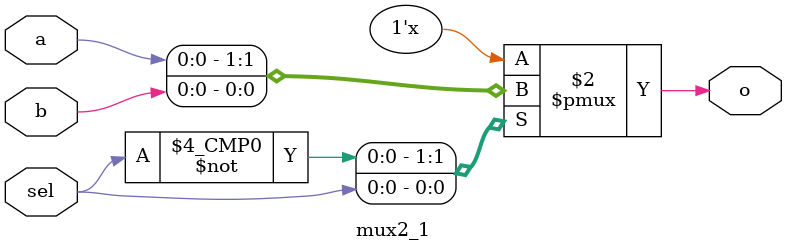
<source format=v>
`timescale 1ns / 1ps
module mux2_1(
		input a,b,
		input sel,
		output reg o
		);
// var 2: assign o = (~sel&a)|(sel&b); (sterge reg de la o)
always @(a,b,sel)
	begin
		case(sel)
			0: begin
				o = a;
			end
			1: begin
				o = b;
			end 
 		endcase 
end
endmodule


</source>
